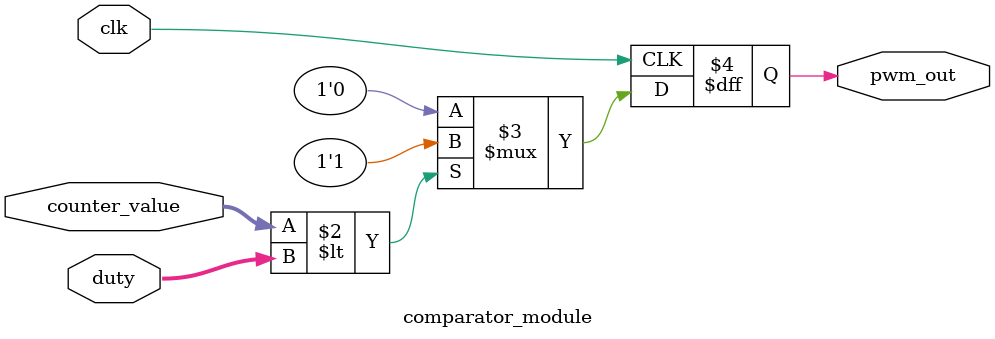
<source format=sv>
module pwm_generator #(
    parameter WIDTH = 8,
    parameter PERIOD = 100
)(
    input clk,
    input [WIDTH-1:0] duty,
    output pwm_out
);
    // Internal signals
    wire [WIDTH-1:0] counter_value;
    
    // Counter submodule instance
    counter_module #(
        .WIDTH(WIDTH),
        .PERIOD(PERIOD)
    ) counter_inst (
        .clk(clk),
        .counter_out(counter_value)
    );
    
    // Comparator submodule instance
    comparator_module #(
        .WIDTH(WIDTH)
    ) comparator_inst (
        .clk(clk),
        .counter_value(counter_value),
        .duty(duty),
        .pwm_out(pwm_out)
    );
endmodule

// Counter module - handles the period counting
module counter_module #(
    parameter WIDTH = 8,
    parameter PERIOD = 100
)(
    input clk,
    output reg [WIDTH-1:0] counter_out
);
    // Initialize counter
    initial begin
        counter_out = 0;
    end
    
    // Counter logic
    always @(posedge clk) begin
        if (counter_out < PERIOD)
            counter_out <= counter_out + 1'b1;
        else
            counter_out <= 0;
    end
endmodule

// Comparator module - generates PWM signal based on duty cycle
module comparator_module #(
    parameter WIDTH = 8
)(
    input clk,
    input [WIDTH-1:0] counter_value,
    input [WIDTH-1:0] duty,
    output reg pwm_out
);
    // PWM generation logic
    always @(posedge clk) begin
        pwm_out <= (counter_value < duty) ? 1'b1 : 1'b0;
    end
endmodule
</source>
